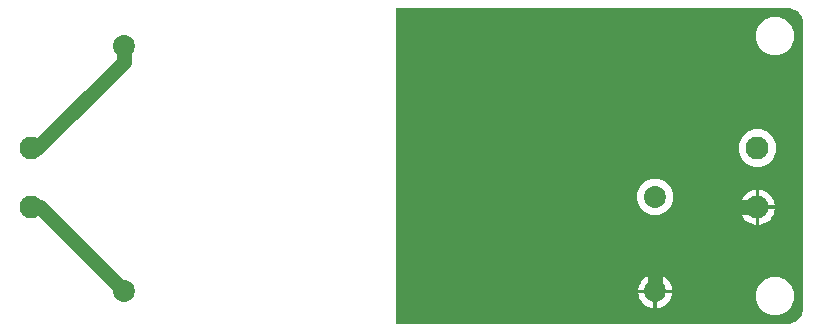
<source format=gbr>
G04 EAGLE Gerber RS-274X export*
G75*
%MOMM*%
%FSLAX34Y34*%
%LPD*%
%INBottom Copper*%
%IPPOS*%
%AMOC8*
5,1,8,0,0,1.08239X$1,22.5*%
G01*
%ADD10C,1.950000*%
%ADD11C,1.860000*%
%ADD12C,1.270000*%
%ADD13C,0.756400*%

G36*
X680019Y6100D02*
X680019Y6100D01*
X680059Y6099D01*
X682117Y6261D01*
X682131Y6264D01*
X682145Y6264D01*
X682289Y6295D01*
X686203Y7567D01*
X686242Y7587D01*
X686285Y7599D01*
X686412Y7674D01*
X689742Y10093D01*
X689773Y10124D01*
X689809Y10148D01*
X689907Y10258D01*
X692326Y13588D01*
X692346Y13627D01*
X692374Y13661D01*
X692433Y13797D01*
X693705Y17711D01*
X693707Y17725D01*
X693713Y17738D01*
X693739Y17883D01*
X693901Y19941D01*
X693899Y19960D01*
X693903Y20000D01*
X693903Y260000D01*
X693900Y260019D01*
X693901Y260059D01*
X693739Y262117D01*
X693736Y262131D01*
X693736Y262145D01*
X693705Y262289D01*
X692433Y266203D01*
X692413Y266242D01*
X692401Y266285D01*
X692326Y266412D01*
X689907Y269742D01*
X689876Y269773D01*
X689852Y269809D01*
X689742Y269907D01*
X686412Y272326D01*
X686373Y272346D01*
X686339Y272374D01*
X686203Y272433D01*
X682289Y273705D01*
X682275Y273707D01*
X682262Y273713D01*
X682117Y273739D01*
X680059Y273901D01*
X680040Y273899D01*
X680000Y273903D01*
X350000Y273903D01*
X349976Y273899D01*
X349951Y273902D01*
X349856Y273880D01*
X349759Y273864D01*
X349738Y273852D01*
X349714Y273846D01*
X349630Y273795D01*
X349544Y273749D01*
X349527Y273731D01*
X349506Y273718D01*
X349444Y273642D01*
X349377Y273571D01*
X349367Y273548D01*
X349352Y273529D01*
X349317Y273438D01*
X349276Y273348D01*
X349274Y273324D01*
X349265Y273301D01*
X349251Y273154D01*
X349251Y6846D01*
X349255Y6822D01*
X349252Y6797D01*
X349275Y6702D01*
X349290Y6605D01*
X349302Y6584D01*
X349308Y6560D01*
X349359Y6476D01*
X349405Y6390D01*
X349423Y6373D01*
X349436Y6352D01*
X349512Y6290D01*
X349584Y6223D01*
X349606Y6213D01*
X349625Y6197D01*
X349716Y6163D01*
X349806Y6122D01*
X349830Y6120D01*
X349853Y6111D01*
X350000Y6097D01*
X680000Y6097D01*
X680019Y6100D01*
G37*
%LPC*%
G36*
X666798Y233903D02*
X666798Y233903D01*
X660882Y236354D01*
X656354Y240882D01*
X653903Y246798D01*
X653903Y253202D01*
X656354Y259118D01*
X660882Y263646D01*
X666798Y266097D01*
X673202Y266097D01*
X679118Y263646D01*
X683646Y259118D01*
X686097Y253202D01*
X686097Y246798D01*
X683646Y240882D01*
X679118Y236354D01*
X673202Y233903D01*
X666798Y233903D01*
G37*
%LPD*%
%LPC*%
G36*
X666798Y13903D02*
X666798Y13903D01*
X660882Y16354D01*
X656354Y20882D01*
X653903Y26798D01*
X653903Y33202D01*
X656354Y39118D01*
X660882Y43646D01*
X666798Y46097D01*
X673202Y46097D01*
X679118Y43646D01*
X683646Y39118D01*
X686097Y33202D01*
X686097Y26798D01*
X683646Y20882D01*
X679118Y16354D01*
X673202Y13903D01*
X666798Y13903D01*
G37*
%LPD*%
%LPC*%
G36*
X651848Y139153D02*
X651848Y139153D01*
X646024Y141566D01*
X641566Y146024D01*
X639153Y151848D01*
X639153Y158152D01*
X641566Y163976D01*
X646024Y168434D01*
X651848Y170847D01*
X658152Y170847D01*
X663976Y168434D01*
X668434Y163976D01*
X670847Y158152D01*
X670847Y151848D01*
X668434Y146024D01*
X663976Y141566D01*
X658152Y139153D01*
X651848Y139153D01*
G37*
%LPD*%
%LPC*%
G36*
X565237Y98403D02*
X565237Y98403D01*
X559578Y100747D01*
X555247Y105078D01*
X552903Y110737D01*
X552903Y116863D01*
X555247Y122522D01*
X559578Y126853D01*
X565237Y129197D01*
X571363Y129197D01*
X577022Y126853D01*
X581353Y122522D01*
X583697Y116863D01*
X583697Y110737D01*
X581353Y105078D01*
X577022Y100747D01*
X571363Y98403D01*
X565237Y98403D01*
G37*
%LPD*%
%LPC*%
G36*
X656499Y106499D02*
X656499Y106499D01*
X656499Y119697D01*
X658454Y119387D01*
X660662Y118670D01*
X662731Y117616D01*
X664609Y116251D01*
X666251Y114609D01*
X667616Y112731D01*
X668670Y110662D01*
X669387Y108454D01*
X669697Y106499D01*
X656499Y106499D01*
G37*
%LPD*%
%LPC*%
G36*
X640303Y106499D02*
X640303Y106499D01*
X640613Y108454D01*
X641330Y110662D01*
X642384Y112731D01*
X643749Y114609D01*
X645391Y116251D01*
X647269Y117616D01*
X649338Y118670D01*
X651546Y119387D01*
X653501Y119697D01*
X653501Y106499D01*
X640303Y106499D01*
G37*
%LPD*%
%LPC*%
G36*
X656499Y103501D02*
X656499Y103501D01*
X669697Y103501D01*
X669387Y101546D01*
X668670Y99338D01*
X667616Y97269D01*
X666251Y95391D01*
X664609Y93749D01*
X662731Y92384D01*
X660662Y91330D01*
X658454Y90613D01*
X656499Y90303D01*
X656499Y103501D01*
G37*
%LPD*%
%LPC*%
G36*
X651546Y90613D02*
X651546Y90613D01*
X649338Y91330D01*
X647269Y92384D01*
X645391Y93749D01*
X643749Y95391D01*
X642384Y97269D01*
X641330Y99338D01*
X640613Y101546D01*
X640303Y103501D01*
X653501Y103501D01*
X653501Y90303D01*
X651546Y90613D01*
G37*
%LPD*%
%LPC*%
G36*
X569799Y35299D02*
X569799Y35299D01*
X569799Y48042D01*
X571649Y47749D01*
X573790Y47053D01*
X575795Y46031D01*
X577616Y44708D01*
X579208Y43116D01*
X580531Y41295D01*
X581553Y39290D01*
X582249Y37149D01*
X582542Y35299D01*
X569799Y35299D01*
G37*
%LPD*%
%LPC*%
G36*
X554058Y35299D02*
X554058Y35299D01*
X554351Y37149D01*
X555047Y39290D01*
X556069Y41295D01*
X557392Y43116D01*
X558984Y44708D01*
X560805Y46031D01*
X562810Y47053D01*
X564951Y47749D01*
X566801Y48042D01*
X566801Y35299D01*
X554058Y35299D01*
G37*
%LPD*%
%LPC*%
G36*
X569799Y32301D02*
X569799Y32301D01*
X582542Y32301D01*
X582249Y30451D01*
X581553Y28310D01*
X580531Y26305D01*
X579208Y24484D01*
X577616Y22892D01*
X575795Y21569D01*
X573790Y20547D01*
X571649Y19851D01*
X569799Y19558D01*
X569799Y32301D01*
G37*
%LPD*%
%LPC*%
G36*
X564951Y19851D02*
X564951Y19851D01*
X562810Y20547D01*
X560805Y21569D01*
X558984Y22892D01*
X557392Y24484D01*
X556069Y26305D01*
X555047Y28310D01*
X554351Y30451D01*
X554058Y32301D01*
X566801Y32301D01*
X566801Y19558D01*
X564951Y19851D01*
G37*
%LPD*%
%LPC*%
G36*
X654999Y104999D02*
X654999Y104999D01*
X654999Y105001D01*
X655001Y105001D01*
X655001Y104999D01*
X654999Y104999D01*
G37*
%LPD*%
%LPC*%
G36*
X568299Y33799D02*
X568299Y33799D01*
X568299Y33801D01*
X568301Y33801D01*
X568301Y33799D01*
X568299Y33799D01*
G37*
%LPD*%
D10*
X40000Y155000D03*
X40000Y105000D03*
X655000Y105000D03*
X655000Y155000D03*
D11*
X118300Y33800D03*
X118300Y241800D03*
X568300Y33800D03*
X568300Y113800D03*
D12*
X45000Y155000D02*
X40000Y155000D01*
X118300Y228300D02*
X118300Y241800D01*
X118300Y228300D02*
X45000Y155000D01*
D13*
X355600Y254000D03*
X406400Y254000D03*
X457200Y254000D03*
X508000Y254000D03*
X558800Y254000D03*
X609600Y254000D03*
X355600Y203200D03*
X355600Y152400D03*
X355600Y101600D03*
X355600Y50800D03*
X406400Y25400D03*
X457200Y25400D03*
X508000Y25400D03*
X609600Y25400D03*
D12*
X568300Y33800D02*
X568300Y53300D01*
X620000Y105000D02*
X655000Y105000D01*
X620000Y105000D02*
X568300Y53300D01*
X47100Y105000D02*
X40000Y105000D01*
X47100Y105000D02*
X118300Y33800D01*
M02*

</source>
